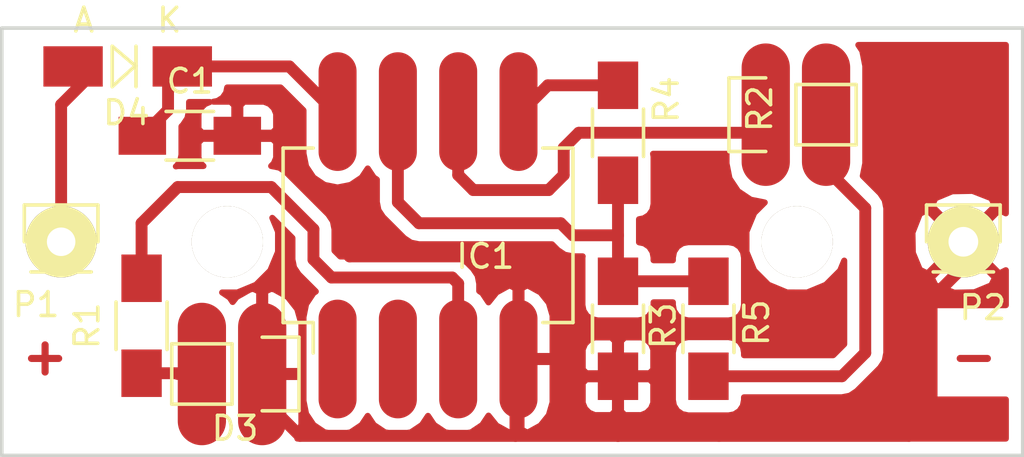
<source format=kicad_pcb>
(kicad_pcb (version 20171130) (host pcbnew 5.0.2+dfsg1-1)

  (general
    (thickness 1.6)
    (drawings 6)
    (tracks 69)
    (zones 0)
    (modules 13)
    (nets 12)
  )

  (page A4)
  (layers
    (0 F.Cu signal)
    (31 B.Cu signal hide)
    (32 B.Adhes user)
    (33 F.Adhes user hide)
    (34 B.Paste user)
    (35 F.Paste user)
    (36 B.SilkS user)
    (37 F.SilkS user)
    (38 B.Mask user)
    (39 F.Mask user)
    (40 Dwgs.User user)
    (41 Cmts.User user)
    (42 Eco1.User user)
    (43 Eco2.User user)
    (44 Edge.Cuts user)
    (45 Margin user)
    (46 B.CrtYd user)
    (47 F.CrtYd user)
    (48 B.Fab user)
    (49 F.Fab user hide)
  )

  (setup
    (last_trace_width 0.25)
    (user_trace_width 0.25)
    (user_trace_width 0.5)
    (user_trace_width 1)
    (trace_clearance 0.2)
    (zone_clearance 0.508)
    (zone_45_only yes)
    (trace_min 0.2)
    (segment_width 0.2)
    (edge_width 0.15)
    (via_size 0.6)
    (via_drill 0.4)
    (via_min_size 0.4)
    (via_min_drill 0.3)
    (uvia_size 0.3)
    (uvia_drill 0.1)
    (uvias_allowed no)
    (uvia_min_size 0.2)
    (uvia_min_drill 0.1)
    (pcb_text_width 0.3)
    (pcb_text_size 1.5 1.5)
    (mod_edge_width 0.15)
    (mod_text_size 1 1)
    (mod_text_width 0.15)
    (pad_size 6 2.032)
    (pad_drill 0)
    (pad_to_mask_clearance 0.2)
    (solder_mask_min_width 0.25)
    (aux_axis_origin 0 0)
    (visible_elements 7FFFFFFF)
    (pcbplotparams
      (layerselection 0x00030_80000001)
      (usegerberextensions false)
      (usegerberattributes false)
      (usegerberadvancedattributes false)
      (creategerberjobfile false)
      (excludeedgelayer true)
      (linewidth 0.100000)
      (plotframeref false)
      (viasonmask false)
      (mode 1)
      (useauxorigin false)
      (hpglpennumber 1)
      (hpglpenspeed 20)
      (hpglpendiameter 15.000000)
      (psnegative false)
      (psa4output false)
      (plotreference true)
      (plotvalue true)
      (plotinvisibletext false)
      (padsonsilk false)
      (subtractmaskfromsilk false)
      (outputformat 1)
      (mirror false)
      (drillshape 1)
      (scaleselection 1)
      (outputdirectory ""))
  )

  (net 0 "")
  (net 1 "Net-(IC1-Pad1)")
  (net 2 "Net-(IC1-Pad5)")
  (net 3 "Net-(IC1-Pad6)")
  (net 4 "Net-(D3-Pad2)")
  (net 5 "Net-(IC1-Pad3)")
  (net 6 VCC)
  (net 7 GND)
  (net 8 "Net-(D4-Pad2)")
  (net 9 "Net-(IC1-Pad2)")
  (net 10 "Net-(IC1-Pad7)")
  (net 11 "Net-(R2-Pad2)")

  (net_class Default "This is the default net class."
    (clearance 0.2)
    (trace_width 0.25)
    (via_dia 0.6)
    (via_drill 0.4)
    (uvia_dia 0.3)
    (uvia_drill 0.1)
    (add_net GND)
    (add_net "Net-(D3-Pad2)")
    (add_net "Net-(D4-Pad2)")
    (add_net "Net-(IC1-Pad1)")
    (add_net "Net-(IC1-Pad2)")
    (add_net "Net-(IC1-Pad3)")
    (add_net "Net-(IC1-Pad5)")
    (add_net "Net-(IC1-Pad6)")
    (add_net "Net-(IC1-Pad7)")
    (add_net "Net-(R2-Pad2)")
    (add_net VCC)
  )

  (module Housings_DIP:DIP-8_W7.62mm_LongPads (layer F.Cu) (tedit 57821C5E) (tstamp 577008A2)
    (at 128.143 105.537 90)
    (descr "8-lead dip package, row spacing 7.62 mm (300 mils), longer pads")
    (tags "dil dip 2.54 300")
    (path /576FE9B2)
    (fp_text reference IC1 (at 2.921 6.223 180) (layer F.SilkS)
      (effects (font (size 1 1) (thickness 0.15)))
    )
    (fp_text value ATTINY85-P (at 4.916 3.874 180) (layer F.Fab)
      (effects (font (size 1 1) (thickness 0.15)))
    )
    (fp_line (start -1.4 -2.45) (end -1.4 10.1) (layer F.CrtYd) (width 0.05))
    (fp_line (start 9 -2.45) (end 9 10.1) (layer F.CrtYd) (width 0.05))
    (fp_line (start -1.4 -2.45) (end 9 -2.45) (layer F.CrtYd) (width 0.05))
    (fp_line (start -1.4 10.1) (end 9 10.1) (layer F.CrtYd) (width 0.05))
    (fp_line (start 0.135 -2.295) (end 0.135 -1.025) (layer F.SilkS) (width 0.15))
    (fp_line (start 7.485 -2.295) (end 7.485 -1.025) (layer F.SilkS) (width 0.15))
    (fp_line (start 7.485 9.915) (end 7.485 8.645) (layer F.SilkS) (width 0.15))
    (fp_line (start 0.135 9.915) (end 0.135 8.645) (layer F.SilkS) (width 0.15))
    (fp_line (start 0.135 -2.295) (end 7.485 -2.295) (layer F.SilkS) (width 0.15))
    (fp_line (start 0.135 9.915) (end 7.485 9.915) (layer F.SilkS) (width 0.15))
    (fp_line (start 0.135 -1.025) (end -1.15 -1.025) (layer F.SilkS) (width 0.15))
    (pad 1 smd oval (at 0 0 90) (size 5 1.6) (drill (offset -1.4 0)) (layers F.Cu F.Paste F.Mask)
      (net 1 "Net-(IC1-Pad1)"))
    (pad 2 smd oval (at 0 2.54 90) (size 5 1.6) (drill (offset -1.4 0)) (layers F.Cu F.Paste F.Mask)
      (net 9 "Net-(IC1-Pad2)"))
    (pad 3 smd oval (at 0 5.08 90) (size 5 1.6) (drill (offset -1.4 0)) (layers F.Cu F.Paste F.Mask)
      (net 5 "Net-(IC1-Pad3)"))
    (pad 4 smd oval (at 0 7.62 90) (size 5 1.6) (drill (offset -1.4 0)) (layers F.Cu F.Paste F.Mask)
      (net 7 GND))
    (pad 5 smd oval (at 7.62 7.62 90) (size 5 1.6) (drill (offset 1.4 0)) (layers F.Cu F.Paste F.Mask)
      (net 2 "Net-(IC1-Pad5)"))
    (pad 6 smd oval (at 7.62 5.08 90) (size 5 1.6) (drill (offset 1.4 0)) (layers F.Cu F.Paste F.Mask)
      (net 3 "Net-(IC1-Pad6)"))
    (pad 7 smd oval (at 7.62 2.54 90) (size 5 1.6) (drill (offset 1.4 0)) (layers F.Cu F.Paste F.Mask)
      (net 10 "Net-(IC1-Pad7)"))
    (pad 8 smd oval (at 7.62 0 90) (size 5 1.6) (drill (offset 1.4 0)) (layers F.Cu F.Paste F.Mask)
      (net 6 VCC))
    (model Housings_DIP.3dshapes/DIP-8_W7.62mm_LongPads.wrl
      (at (xyz 0 0 0))
      (scale (xyz 1 1 1))
      (rotate (xyz 0 0 0))
    )
  )

  (module Pin_Headers:Pin_Header_Straight_1x01 (layer F.Cu) (tedit 57821CC1) (tstamp 57700550)
    (at 116.5 102)
    (descr "Through hole pin header")
    (tags "pin header")
    (path /576FF342)
    (fp_text reference P1 (at -1.057 2.648) (layer F.SilkS)
      (effects (font (size 1 1) (thickness 0.15)))
    )
    (fp_text value " " (at 0 -3.1) (layer F.Fab) hide
      (effects (font (size 1 1) (thickness 0.15)))
    )
    (fp_line (start 1.55 -1.55) (end 1.55 0) (layer F.SilkS) (width 0.15))
    (fp_line (start -1.75 -1.75) (end -1.75 1.75) (layer F.CrtYd) (width 0.05))
    (fp_line (start 1.75 -1.75) (end 1.75 1.75) (layer F.CrtYd) (width 0.05))
    (fp_line (start -1.75 -1.75) (end 1.75 -1.75) (layer F.CrtYd) (width 0.05))
    (fp_line (start -1.75 1.75) (end 1.75 1.75) (layer F.CrtYd) (width 0.05))
    (fp_line (start -1.55 0) (end -1.55 -1.55) (layer F.SilkS) (width 0.15))
    (fp_line (start -1.55 -1.55) (end 1.55 -1.55) (layer F.SilkS) (width 0.15))
    (fp_line (start -1.27 1.27) (end 1.27 1.27) (layer F.SilkS) (width 0.15))
    (pad 1 thru_hole circle (at 0 0) (size 3 3) (drill 1.2) (layers F.Cu F.SilkS F.Mask)
      (net 8 "Net-(D4-Pad2)"))
    (model Pin_Headers.3dshapes/Pin_Header_Straight_1x01.wrl
      (at (xyz 0 0 0))
      (scale (xyz 1 1 1))
      (rotate (xyz 0 0 90))
    )
  )

  (module Pin_Headers:Pin_Header_Straight_1x01 (layer F.Cu) (tedit 57821CC8) (tstamp 5770055D)
    (at 154.5 102)
    (descr "Through hole pin header")
    (tags "pin header")
    (path /576FF472)
    (fp_text reference P2 (at 0.821 2.775) (layer F.SilkS)
      (effects (font (size 1 1) (thickness 0.15)))
    )
    (fp_text value " " (at 0 -3.1) (layer F.Fab) hide
      (effects (font (size 1 1) (thickness 0.15)))
    )
    (fp_line (start 1.55 -1.55) (end 1.55 0) (layer F.SilkS) (width 0.15))
    (fp_line (start -1.75 -1.75) (end -1.75 1.75) (layer F.CrtYd) (width 0.05))
    (fp_line (start 1.75 -1.75) (end 1.75 1.75) (layer F.CrtYd) (width 0.05))
    (fp_line (start -1.75 -1.75) (end 1.75 -1.75) (layer F.CrtYd) (width 0.05))
    (fp_line (start -1.75 1.75) (end 1.75 1.75) (layer F.CrtYd) (width 0.05))
    (fp_line (start -1.55 0) (end -1.55 -1.55) (layer F.SilkS) (width 0.15))
    (fp_line (start -1.55 -1.55) (end 1.55 -1.55) (layer F.SilkS) (width 0.15))
    (fp_line (start -1.27 1.27) (end 1.27 1.27) (layer F.SilkS) (width 0.15))
    (pad 1 thru_hole circle (at 0 0) (size 3 3) (drill 1.25) (layers *.Mask F.Cu F.SilkS)
      (net 7 GND))
    (model Pin_Headers.3dshapes/Pin_Header_Straight_1x01.wrl
      (at (xyz 0 0 0))
      (scale (xyz 1 1 1))
      (rotate (xyz 0 0 90))
    )
  )

  (module Wire_Pads:SolderWirePad_single_2mmDrill (layer F.Cu) (tedit 5772BDE9) (tstamp 577028AF)
    (at 123.5 102)
    (fp_text reference " " (at 0 -3.81) (layer F.SilkS) hide
      (effects (font (size 1 1) (thickness 0.15)))
    )
    (fp_text value " " (at -0.635 3.81) (layer F.Fab) hide
      (effects (font (size 1 1) (thickness 0.15)))
    )
    (pad 1 thru_hole circle (at 0 0) (size 3 3) (drill 3) (layers *.Mask F.Cu F.SilkS))
  )

  (module Wire_Pads:SolderWirePad_single_2mmDrill (layer F.Cu) (tedit 5772BE2A) (tstamp 57702917)
    (at 147.5 102)
    (fp_text reference " " (at 0 -3.81 90) (layer F.SilkS) hide
      (effects (font (size 1 1) (thickness 0.15)))
    )
    (fp_text value " " (at -0.635 3.81) (layer F.Fab) hide
      (effects (font (size 1 1) (thickness 0.15)))
    )
    (pad 1 thru_hole circle (at 0 0) (size 3 3) (drill 3) (layers *.Mask F.Cu F.SilkS))
  )

  (module Diodes_SMD:MiniMELF_Standard (layer F.Cu) (tedit 57756D96) (tstamp 577209BB)
    (at 119.253 94.615 180)
    (descr "Diode Mini-MELF Standard")
    (tags "Diode Mini-MELF Standard")
    (path /5770F8D1)
    (attr smd)
    (fp_text reference D4 (at 0 -1.95 180) (layer F.SilkS)
      (effects (font (size 1 1) (thickness 0.15)))
    )
    (fp_text value BAT48 (at 0.127 0 180) (layer F.Fab)
      (effects (font (size 1 1) (thickness 0.15)))
    )
    (fp_line (start -2.55 -1) (end 2.55 -1) (layer F.CrtYd) (width 0.05))
    (fp_line (start 2.55 -1) (end 2.55 1) (layer F.CrtYd) (width 0.05))
    (fp_line (start 2.55 1) (end -2.55 1) (layer F.CrtYd) (width 0.05))
    (fp_line (start -2.55 1) (end -2.55 -1) (layer F.CrtYd) (width 0.05))
    (fp_line (start -0.40024 0.0508) (end 0.60052 -0.85) (layer F.SilkS) (width 0.15))
    (fp_line (start 0.60052 -0.85) (end 0.60052 0.85) (layer F.SilkS) (width 0.15))
    (fp_line (start 0.60052 0.85) (end -0.40024 0) (layer F.SilkS) (width 0.15))
    (fp_line (start -0.40024 -0.85) (end -0.40024 0.85) (layer F.SilkS) (width 0.15))
    (fp_text user K (at -1.8 1.95 180) (layer F.SilkS)
      (effects (font (size 1 1) (thickness 0.15)))
    )
    (fp_text user A (at 1.8 1.95 180) (layer F.SilkS)
      (effects (font (size 1 1) (thickness 0.15)))
    )
    (fp_circle (center 0 0) (end 0 0.55118) (layer F.Adhes) (width 0.381))
    (fp_circle (center 0 0) (end 0 0.20066) (layer F.Adhes) (width 0.381))
    (pad 1 smd rect (at -1.75006 0 180) (size 2.5 1.69926) (drill (offset -0.6 0)) (layers F.Cu F.Paste F.Mask)
      (net 6 VCC))
    (pad 2 smd rect (at 1.75006 0 180) (size 2.5 1.69926) (drill (offset 0.5 0)) (layers F.Cu F.Paste F.Mask)
      (net 8 "Net-(D4-Pad2)"))
    (model Diodes_SMD.3dshapes/MiniMELF_Standard.wrl
      (at (xyz 0 0 0))
      (scale (xyz 0.3937 0.3937 0.3937))
      (rotate (xyz 0 0 0))
    )
  )

  (module Pin_Headers:Pin_Header_Straight_1x02 (layer F.Cu) (tedit 57A819FF) (tstamp 57720AAB)
    (at 124.968 107.569 270)
    (descr "Through hole pin header")
    (tags "pin header")
    (path /576FEAE5)
    (fp_text reference D3 (at 2.286 1.143) (layer F.SilkS)
      (effects (font (size 1 1) (thickness 0.15)))
    )
    (fp_text value +LED- (at 4.572 1.27) (layer F.Fab)
      (effects (font (size 1 1) (thickness 0.15)))
    )
    (fp_line (start 1.27 1.27) (end 1.27 3.81) (layer F.SilkS) (width 0.15))
    (fp_line (start 1.55 -1.55) (end 1.55 0) (layer F.SilkS) (width 0.15))
    (fp_line (start -1.75 -1.75) (end -1.75 4.3) (layer F.CrtYd) (width 0.05))
    (fp_line (start 1.75 -1.75) (end 1.75 4.3) (layer F.CrtYd) (width 0.05))
    (fp_line (start -1.75 -1.75) (end 1.75 -1.75) (layer F.CrtYd) (width 0.05))
    (fp_line (start -1.75 4.3) (end 1.75 4.3) (layer F.CrtYd) (width 0.05))
    (fp_line (start 1.27 1.27) (end -1.27 1.27) (layer F.SilkS) (width 0.15))
    (fp_line (start -1.55 0) (end -1.55 -1.55) (layer F.SilkS) (width 0.15))
    (fp_line (start -1.55 -1.55) (end 1.55 -1.55) (layer F.SilkS) (width 0.15))
    (fp_line (start -1.27 1.27) (end -1.27 3.81) (layer F.SilkS) (width 0.15))
    (fp_line (start -1.27 3.81) (end 1.27 3.81) (layer F.SilkS) (width 0.15))
    (pad 1 smd oval (at 0 0 270) (size 6 2.032) (layers F.Cu F.Paste F.Mask)
      (net 7 GND))
    (pad 2 smd oval (at 0 2.54 270) (size 6 2.032) (layers F.Cu F.Paste F.Mask)
      (net 4 "Net-(D3-Pad2)"))
    (model Pin_Headers.3dshapes/Pin_Header_Straight_1x02.wrl
      (offset (xyz 0 -1.269999980926514 0))
      (scale (xyz 1 1 1))
      (rotate (xyz 0 0 90))
    )
  )

  (module Pin_Headers:Pin_Header_Straight_1x02 (layer F.Cu) (tedit 57821C22) (tstamp 57720DD3)
    (at 146.177 96.647 90)
    (descr "Through hole pin header")
    (tags "pin header")
    (path /576FEB42)
    (fp_text reference R2 (at 0.254 -0.254 90) (layer F.SilkS)
      (effects (font (size 1 1) (thickness 0.15)))
    )
    (fp_text value Photores (at 5.08 0.889 180) (layer F.Fab)
      (effects (font (size 1 1) (thickness 0.15)))
    )
    (fp_line (start 1.27 1.27) (end 1.27 3.81) (layer F.SilkS) (width 0.15))
    (fp_line (start 1.55 -1.55) (end 1.55 0) (layer F.SilkS) (width 0.15))
    (fp_line (start -1.75 -1.75) (end -1.75 4.3) (layer F.CrtYd) (width 0.05))
    (fp_line (start 1.75 -1.75) (end 1.75 4.3) (layer F.CrtYd) (width 0.05))
    (fp_line (start -1.75 -1.75) (end 1.75 -1.75) (layer F.CrtYd) (width 0.05))
    (fp_line (start -1.75 4.3) (end 1.75 4.3) (layer F.CrtYd) (width 0.05))
    (fp_line (start 1.27 1.27) (end -1.27 1.27) (layer F.SilkS) (width 0.15))
    (fp_line (start -1.55 0) (end -1.55 -1.55) (layer F.SilkS) (width 0.15))
    (fp_line (start -1.55 -1.55) (end 1.55 -1.55) (layer F.SilkS) (width 0.15))
    (fp_line (start -1.27 1.27) (end -1.27 3.81) (layer F.SilkS) (width 0.15))
    (fp_line (start -1.27 3.81) (end 1.27 3.81) (layer F.SilkS) (width 0.15))
    (pad 1 smd oval (at 0 0 90) (size 6 2.032) (layers F.Cu F.Paste F.Mask)
      (net 3 "Net-(IC1-Pad6)"))
    (pad 2 smd oval (at 0 2.54 90) (size 6 2.032) (layers F.Cu F.Paste F.Mask)
      (net 11 "Net-(R2-Pad2)"))
    (model Pin_Headers.3dshapes/Pin_Header_Straight_1x02.wrl
      (offset (xyz 0 -1.269999980926514 0))
      (scale (xyz 1 1 1))
      (rotate (xyz 0 0 90))
    )
  )

  (module Resistors_SMD:R_1206_HandSoldering (layer F.Cu) (tedit 57A81A2F) (tstamp 57756665)
    (at 119.888 105.537 90)
    (descr "Resistor SMD 1206, hand soldering")
    (tags "resistor 1206")
    (path /576FEA33)
    (attr smd)
    (fp_text reference R1 (at 0 -2.3 90) (layer F.SilkS)
      (effects (font (size 1 1) (thickness 0.15)))
    )
    (fp_text value 82 (at 0 0 90) (layer F.Fab)
      (effects (font (size 1 1) (thickness 0.15)))
    )
    (fp_line (start -3.3 -1.2) (end 3.3 -1.2) (layer F.CrtYd) (width 0.05))
    (fp_line (start -3.3 1.2) (end 3.3 1.2) (layer F.CrtYd) (width 0.05))
    (fp_line (start -3.3 -1.2) (end -3.3 1.2) (layer F.CrtYd) (width 0.05))
    (fp_line (start 3.3 -1.2) (end 3.3 1.2) (layer F.CrtYd) (width 0.05))
    (fp_line (start 1 1.075) (end -1 1.075) (layer F.SilkS) (width 0.15))
    (fp_line (start -1 -1.075) (end 1 -1.075) (layer F.SilkS) (width 0.15))
    (pad 1 smd rect (at -2 0 90) (size 2 1.7) (layers F.Cu F.Paste F.Mask)
      (net 4 "Net-(D3-Pad2)"))
    (pad 2 smd rect (at 2 0 90) (size 2 1.7) (layers F.Cu F.Paste F.Mask)
      (net 5 "Net-(IC1-Pad3)"))
    (model Resistors_SMD.3dshapes/R_1206_HandSoldering.wrl
      (at (xyz 0 0 0))
      (scale (xyz 1 1 1))
      (rotate (xyz 0 0 0))
    )
  )

  (module Resistors_SMD:R_1206_HandSoldering (layer F.Cu) (tedit 57821C46) (tstamp 577777A9)
    (at 139.954 105.664 270)
    (descr "Resistor SMD 1206, hand soldering")
    (tags "resistor 1206")
    (path /576FEA9C)
    (attr smd)
    (fp_text reference R3 (at -0.127 -1.905 270) (layer F.SilkS)
      (effects (font (size 1 1) (thickness 0.15)))
    )
    (fp_text value 10k (at 0 0 270) (layer F.Fab)
      (effects (font (size 1 1) (thickness 0.15)))
    )
    (fp_line (start -3.3 -1.2) (end 3.3 -1.2) (layer F.CrtYd) (width 0.05))
    (fp_line (start -3.3 1.2) (end 3.3 1.2) (layer F.CrtYd) (width 0.05))
    (fp_line (start -3.3 -1.2) (end -3.3 1.2) (layer F.CrtYd) (width 0.05))
    (fp_line (start 3.3 -1.2) (end 3.3 1.2) (layer F.CrtYd) (width 0.05))
    (fp_line (start 1 1.075) (end -1 1.075) (layer F.SilkS) (width 0.15))
    (fp_line (start -1 -1.075) (end 1 -1.075) (layer F.SilkS) (width 0.15))
    (pad 1 smd rect (at -2 0 270) (size 2 1.7) (layers F.Cu F.Paste F.Mask)
      (net 10 "Net-(IC1-Pad7)"))
    (pad 2 smd rect (at 2 0 270) (size 2 1.7) (layers F.Cu F.Paste F.Mask)
      (net 7 GND))
    (model Resistors_SMD.3dshapes/R_1206_HandSoldering.wrl
      (at (xyz 0 0 0))
      (scale (xyz 1 1 1))
      (rotate (xyz 0 0 0))
    )
  )

  (module Resistors_SMD:R_1206_HandSoldering (layer F.Cu) (tedit 57821C3A) (tstamp 577777B5)
    (at 139.954 97.409 270)
    (descr "Resistor SMD 1206, hand soldering")
    (tags "resistor 1206")
    (path /57715DA6)
    (attr smd)
    (fp_text reference R4 (at -1.397 -2.032 270) (layer F.SilkS)
      (effects (font (size 1 1) (thickness 0.15)))
    )
    (fp_text value 100k (at 0 0 270) (layer F.Fab)
      (effects (font (size 1 1) (thickness 0.15)))
    )
    (fp_line (start -3.3 -1.2) (end 3.3 -1.2) (layer F.CrtYd) (width 0.05))
    (fp_line (start -3.3 1.2) (end 3.3 1.2) (layer F.CrtYd) (width 0.05))
    (fp_line (start -3.3 -1.2) (end -3.3 1.2) (layer F.CrtYd) (width 0.05))
    (fp_line (start 3.3 -1.2) (end 3.3 1.2) (layer F.CrtYd) (width 0.05))
    (fp_line (start 1 1.075) (end -1 1.075) (layer F.SilkS) (width 0.15))
    (fp_line (start -1 -1.075) (end 1 -1.075) (layer F.SilkS) (width 0.15))
    (pad 1 smd rect (at -2 0 270) (size 2 1.7) (layers F.Cu F.Paste F.Mask)
      (net 2 "Net-(IC1-Pad5)"))
    (pad 2 smd rect (at 2 0 270) (size 2 1.7) (layers F.Cu F.Paste F.Mask)
      (net 10 "Net-(IC1-Pad7)"))
    (model Resistors_SMD.3dshapes/R_1206_HandSoldering.wrl
      (at (xyz 0 0 0))
      (scale (xyz 1 1 1))
      (rotate (xyz 0 0 0))
    )
  )

  (module Resistors_SMD:R_1206_HandSoldering (layer F.Cu) (tedit 57A81A22) (tstamp 577777C1)
    (at 143.764 105.664 90)
    (descr "Resistor SMD 1206, hand soldering")
    (tags "resistor 1206")
    (path /5772085F)
    (attr smd)
    (fp_text reference R5 (at 0.254 2.032 90) (layer F.SilkS)
      (effects (font (size 1 1) (thickness 0.15)))
    )
    (fp_text value 27k (at 0 0.127 90) (layer F.Fab)
      (effects (font (size 1 1) (thickness 0.15)))
    )
    (fp_line (start -3.3 -1.2) (end 3.3 -1.2) (layer F.CrtYd) (width 0.05))
    (fp_line (start -3.3 1.2) (end 3.3 1.2) (layer F.CrtYd) (width 0.05))
    (fp_line (start -3.3 -1.2) (end -3.3 1.2) (layer F.CrtYd) (width 0.05))
    (fp_line (start 3.3 -1.2) (end 3.3 1.2) (layer F.CrtYd) (width 0.05))
    (fp_line (start 1 1.075) (end -1 1.075) (layer F.SilkS) (width 0.15))
    (fp_line (start -1 -1.075) (end 1 -1.075) (layer F.SilkS) (width 0.15))
    (pad 1 smd rect (at -2 0 90) (size 2 1.7) (layers F.Cu F.Paste F.Mask)
      (net 11 "Net-(R2-Pad2)"))
    (pad 2 smd rect (at 2 0 90) (size 2 1.7) (layers F.Cu F.Paste F.Mask)
      (net 10 "Net-(IC1-Pad7)"))
    (model Resistors_SMD.3dshapes/R_1206_HandSoldering.wrl
      (at (xyz 0 0 0))
      (scale (xyz 1 1 1))
      (rotate (xyz 0 0 0))
    )
  )

  (module Capacitors_SMD:C_1206_HandSoldering (layer F.Cu) (tedit 577FB56C) (tstamp 577FB4C8)
    (at 121.92 97.536)
    (descr "Capacitor SMD 1206, hand soldering")
    (tags "capacitor 1206")
    (path /577FB4A0)
    (attr smd)
    (fp_text reference C1 (at 0 -2.3) (layer F.SilkS)
      (effects (font (size 1 1) (thickness 0.15)))
    )
    (fp_text value 10uf (at -0.127 -0.127) (layer F.Fab)
      (effects (font (size 1 1) (thickness 0.15)))
    )
    (fp_line (start -3.3 -1.15) (end 3.3 -1.15) (layer F.CrtYd) (width 0.05))
    (fp_line (start -3.3 1.15) (end 3.3 1.15) (layer F.CrtYd) (width 0.05))
    (fp_line (start -3.3 -1.15) (end -3.3 1.15) (layer F.CrtYd) (width 0.05))
    (fp_line (start 3.3 -1.15) (end 3.3 1.15) (layer F.CrtYd) (width 0.05))
    (fp_line (start 1 -1.025) (end -1 -1.025) (layer F.SilkS) (width 0.15))
    (fp_line (start -1 1.025) (end 1 1.025) (layer F.SilkS) (width 0.15))
    (pad 1 smd rect (at -2 0) (size 2 1.6) (layers F.Cu F.Paste F.Mask)
      (net 6 VCC))
    (pad 2 smd rect (at 2 0) (size 2 1.6) (layers F.Cu F.Paste F.Mask)
      (net 7 GND))
    (model Capacitors_SMD.3dshapes/C_1206_HandSoldering.wrl
      (at (xyz 0 0 0))
      (scale (xyz 1 1 1))
      (rotate (xyz 0 0 0))
    )
  )

  (gr_text - (at 154.94 106.807) (layer F.Cu)
    (effects (font (size 1.5 1.5) (thickness 0.3)))
  )
  (gr_text + (at 115.824 106.807) (layer F.Cu)
    (effects (font (size 1.5 1.5) (thickness 0.3)))
  )
  (gr_line (start 157 93) (end 114 93) (angle 90) (layer Edge.Cuts) (width 0.15))
  (gr_line (start 157 111) (end 157 93) (angle 90) (layer Edge.Cuts) (width 0.15))
  (gr_line (start 114 111) (end 157 111) (angle 90) (layer Edge.Cuts) (width 0.15))
  (gr_line (start 114 93) (end 114 111) (angle 90) (layer Edge.Cuts) (width 0.15))

  (segment (start 135.763 97.917) (end 135.763 96.647) (width 0.5) (layer F.Cu) (net 2))
  (segment (start 135.763 96.647) (end 137.001 95.409) (width 0.5) (layer F.Cu) (net 2) (tstamp 577778BD))
  (segment (start 137.001 95.409) (end 139.954 95.409) (width 0.5) (layer F.Cu) (net 2) (tstamp 577778BE))
  (segment (start 133.223 97.917) (end 133.223 99.187) (width 0.5) (layer F.Cu) (net 3))
  (segment (start 138.303 97.409) (end 145.415 97.409) (width 0.5) (layer F.Cu) (net 3) (tstamp 577778D1))
  (segment (start 137.668 98.044) (end 138.303 97.409) (width 0.5) (layer F.Cu) (net 3) (tstamp 577778D0))
  (segment (start 137.668 99.187) (end 137.668 98.044) (width 0.5) (layer F.Cu) (net 3) (tstamp 577778CF))
  (segment (start 137.033 99.822) (end 137.668 99.187) (width 0.5) (layer F.Cu) (net 3) (tstamp 577778CE))
  (segment (start 133.858 99.822) (end 137.033 99.822) (width 0.5) (layer F.Cu) (net 3) (tstamp 577778CD))
  (segment (start 133.223 99.187) (end 133.858 99.822) (width 0.5) (layer F.Cu) (net 3) (tstamp 577778CC))
  (segment (start 145.415 97.409) (end 146.177 96.647) (width 0.5) (layer F.Cu) (net 3) (tstamp 577778D2))
  (segment (start 119.888 107.537) (end 122.396 107.537) (width 0.5) (layer F.Cu) (net 4))
  (segment (start 122.396 107.537) (end 122.428 107.569) (width 0.5) (layer F.Cu) (net 4) (tstamp 57756DC3))
  (segment (start 121.539 107.569) (end 122.428 107.569) (width 0.5) (layer F.Cu) (net 4) (tstamp 577566C7))
  (segment (start 122.809 107.569) (end 121.412 107.569) (width 0.5) (layer F.Cu) (net 4))
  (segment (start 132.969 103.505) (end 133.223 103.759) (width 0.5) (layer F.Cu) (net 5))
  (segment (start 119.888 103.537) (end 119.888 101.219) (width 0.5) (layer F.Cu) (net 5))
  (segment (start 133.223 103.759) (end 133.223 105.537) (width 0.5) (layer F.Cu) (net 5) (tstamp 577777CD))
  (segment (start 127.889 103.505) (end 132.969 103.505) (width 0.5) (layer F.Cu) (net 5) (tstamp 577777CB))
  (segment (start 127.127 102.743) (end 127.889 103.505) (width 0.5) (layer F.Cu) (net 5) (tstamp 577777CA))
  (segment (start 127.127 101.473) (end 127.127 102.743) (width 0.5) (layer F.Cu) (net 5) (tstamp 577777C8))
  (segment (start 125.349 99.695) (end 127.127 101.473) (width 0.5) (layer F.Cu) (net 5) (tstamp 577777C6))
  (segment (start 121.412 99.695) (end 125.349 99.695) (width 0.5) (layer F.Cu) (net 5) (tstamp 577777C4))
  (segment (start 119.888 101.219) (end 121.412 99.695) (width 0.5) (layer F.Cu) (net 5) (tstamp 577777C2))
  (segment (start 120.142 103.283) (end 119.888 103.537) (width 0.5) (layer F.Cu) (net 5) (tstamp 57756DAD))
  (segment (start 121.00306 94.615) (end 126.111 94.615) (width 0.5) (layer F.Cu) (net 6))
  (segment (start 126.111 94.615) (end 128.143 96.647) (width 0.5) (layer F.Cu) (net 6) (tstamp 577FB4E1))
  (segment (start 128.143 96.647) (end 128.143 97.917) (width 0.5) (layer F.Cu) (net 6) (tstamp 577FB4E3))
  (segment (start 121.00306 94.615) (end 121.00306 96.45294) (width 0.5) (layer F.Cu) (net 6))
  (segment (start 121.00306 96.45294) (end 119.92 97.536) (width 0.5) (layer F.Cu) (net 6) (tstamp 577FB4DE))
  (segment (start 139.954 107.664) (end 139.954 110.1725) (width 0.5) (layer F.Cu) (net 7))
  (segment (start 139.954 110.1725) (end 139.954 109.982) (width 0.5) (layer F.Cu) (net 7) (tstamp 577778B2))
  (segment (start 139.954 109.982) (end 139.954 110.1725) (width 0.5) (layer F.Cu) (net 7) (tstamp 577778B4))
  (segment (start 135.636 110.1725) (end 139.954 110.1725) (width 0.5) (layer F.Cu) (net 7))
  (segment (start 139.954 110.1725) (end 144.2085 110.1725) (width 0.5) (layer F.Cu) (net 7) (tstamp 577778B5))
  (segment (start 144.2085 110.1725) (end 152.2095 110.1725) (width 0.5) (layer F.Cu) (net 7) (tstamp 5775670D))
  (segment (start 152.2095 110.1725) (end 153.162 109.22) (width 0.5) (layer F.Cu) (net 7) (tstamp 57721128))
  (segment (start 126.5555 110.1725) (end 125.349 108.966) (width 0.5) (layer F.Cu) (net 7) (tstamp 57720B0D))
  (segment (start 125.349 108.966) (end 125.349 107.569) (width 0.5) (layer F.Cu) (net 7) (tstamp 57720B0E))
  (segment (start 135.636 110.1725) (end 126.5555 110.1725) (width 0.5) (layer F.Cu) (net 7) (tstamp 57720B59))
  (segment (start 153.162 109.22) (end 153.162 104.394) (width 0.5) (layer F.Cu) (net 7) (tstamp 5772112B))
  (segment (start 123.92 97.536) (end 125.476 97.536) (width 0.5) (layer F.Cu) (net 7))
  (segment (start 135.763 103.378) (end 135.763 105.537) (width 0.5) (layer F.Cu) (net 7) (tstamp 577FB4FD))
  (segment (start 135.001 102.616) (end 135.763 103.378) (width 0.5) (layer F.Cu) (net 7) (tstamp 577FB4FC))
  (segment (start 128.651 102.616) (end 135.001 102.616) (width 0.5) (layer F.Cu) (net 7) (tstamp 577FB4F8))
  (segment (start 128.397 102.362) (end 128.651 102.616) (width 0.5) (layer F.Cu) (net 7) (tstamp 577FB4F5))
  (segment (start 128.397 100.965) (end 128.397 102.362) (width 0.5) (layer F.Cu) (net 7) (tstamp 577FB4F4))
  (segment (start 126.238 98.806) (end 128.397 100.965) (width 0.5) (layer F.Cu) (net 7) (tstamp 577FB4ED))
  (segment (start 126.238 98.298) (end 126.238 98.806) (width 0.5) (layer F.Cu) (net 7) (tstamp 577FB4EB))
  (segment (start 125.476 97.536) (end 126.238 98.298) (width 0.5) (layer F.Cu) (net 7) (tstamp 577FB4E9))
  (segment (start 153.162 104.394) (end 154.5 103.056) (width 0.5) (layer F.Cu) (net 7) (tstamp 5772112D))
  (segment (start 135.636 110.1725) (end 135.636 105.664) (width 0.5) (layer F.Cu) (net 7))
  (segment (start 135.636 105.664) (end 135.763 105.537) (width 0.5) (layer F.Cu) (net 7) (tstamp 57720B5B))
  (segment (start 116.5 102) (end 116.5 96.225) (width 0.5) (layer F.Cu) (net 8))
  (segment (start 116.5 96.225) (end 117.50294 95.22206) (width 0.5) (layer F.Cu) (net 8) (tstamp 577FB4D8))
  (segment (start 117.50294 95.22206) (end 117.50294 94.615) (width 0.5) (layer F.Cu) (net 8) (tstamp 577FB4DB))
  (segment (start 130.683 97.917) (end 130.683 100.33) (width 0.5) (layer F.Cu) (net 10))
  (segment (start 138.049 101.727) (end 139.954 101.727) (width 0.5) (layer F.Cu) (net 10) (tstamp 577778DA))
  (segment (start 137.541 101.219) (end 138.049 101.727) (width 0.5) (layer F.Cu) (net 10) (tstamp 577778D8))
  (segment (start 131.572 101.219) (end 137.541 101.219) (width 0.5) (layer F.Cu) (net 10) (tstamp 577778D6))
  (segment (start 130.683 100.33) (end 131.572 101.219) (width 0.5) (layer F.Cu) (net 10) (tstamp 577778D5))
  (segment (start 143.764 103.664) (end 139.954 103.664) (width 0.5) (layer F.Cu) (net 10))
  (segment (start 139.954 103.664) (end 139.954 101.727) (width 0.5) (layer F.Cu) (net 10) (tstamp 577778B7))
  (segment (start 139.954 101.727) (end 139.954 99.409) (width 0.5) (layer F.Cu) (net 10) (tstamp 577778DF))
  (segment (start 143.764 107.664) (end 149.384 107.664) (width 0.5) (layer F.Cu) (net 11))
  (segment (start 150.368 100.584) (end 148.717 98.933) (width 0.5) (layer F.Cu) (net 11) (tstamp 577778F9))
  (segment (start 150.368 106.68) (end 150.368 100.584) (width 0.5) (layer F.Cu) (net 11) (tstamp 577778F8))
  (segment (start 149.384 107.664) (end 150.368 106.68) (width 0.5) (layer F.Cu) (net 11) (tstamp 577778F3))
  (segment (start 148.717 98.933) (end 148.717 96.647) (width 0.5) (layer F.Cu) (net 11) (tstamp 577778FC))

  (zone (net 7) (net_name GND) (layer F.Cu) (tstamp 5770211A) (hatch edge 0.508)
    (connect_pads (clearance 0.508))
    (min_thickness 0.254)
    (fill yes (arc_segments 16) (thermal_gap 0.508) (thermal_bridge_width 0.508))
    (polygon
      (pts
        (xy 156.972 110.998) (xy 114.046 110.998) (xy 114.046 92.964) (xy 156.972 92.964) (xy 156.972 110.998)
      )
    )
    (filled_polygon
      (pts
        (xy 156.29 100.803995) (xy 156.01397 100.665635) (xy 154.679605 102) (xy 156.01397 103.334365) (xy 156.29 103.196005)
        (xy 156.29 104.672) (xy 153.226429 104.672) (xy 153.226429 108.642) (xy 156.29 108.642) (xy 156.29 110.29)
        (xy 126.448126 110.29) (xy 126.619 109.68) (xy 126.619 107.696) (xy 125.095 107.696) (xy 125.095 107.716)
        (xy 124.841 107.716) (xy 124.841 107.696) (xy 124.821 107.696) (xy 124.821 107.442) (xy 124.841 107.442)
        (xy 124.841 104.098164) (xy 125.095 104.098164) (xy 125.095 107.442) (xy 126.619 107.442) (xy 126.619 105.458)
        (xy 126.444724 104.835857) (xy 126.04563 104.327764) (xy 125.482477 104.011074) (xy 125.350944 103.979025) (xy 125.095 104.098164)
        (xy 124.841 104.098164) (xy 124.585056 103.979025) (xy 124.453523 104.011074) (xy 123.89037 104.327764) (xy 123.724291 104.539202)
        (xy 123.595433 104.346353) (xy 123.278833 104.134807) (xy 123.922815 104.13537) (xy 124.7078 103.81102) (xy 125.308909 103.210959)
        (xy 125.634628 102.426541) (xy 125.63537 101.577185) (xy 125.392981 100.990561) (xy 126.242 101.839579) (xy 126.242 102.742995)
        (xy 126.241999 102.743) (xy 126.275459 102.91121) (xy 126.309367 103.081675) (xy 126.443887 103.283) (xy 126.50121 103.36879)
        (xy 127.227214 104.094793) (xy 127.128302 104.160884) (xy 126.817233 104.626431) (xy 126.708 105.175582) (xy 126.708 108.698418)
        (xy 126.817233 109.247569) (xy 127.128302 109.713116) (xy 127.593849 110.024185) (xy 128.143 110.133418) (xy 128.692151 110.024185)
        (xy 129.157698 109.713116) (xy 129.413 109.33103) (xy 129.668302 109.713116) (xy 130.133849 110.024185) (xy 130.683 110.133418)
        (xy 131.232151 110.024185) (xy 131.697698 109.713116) (xy 131.953 109.33103) (xy 132.208302 109.713116) (xy 132.673849 110.024185)
        (xy 133.223 110.133418) (xy 133.772151 110.024185) (xy 134.237698 109.713116) (xy 134.499802 109.320851) (xy 134.838104 109.7415)
        (xy 135.331181 110.011367) (xy 135.413961 110.028904) (xy 135.636 109.906915) (xy 135.636 107.064) (xy 135.89 107.064)
        (xy 135.89 109.906915) (xy 136.112039 110.028904) (xy 136.194819 110.011367) (xy 136.687896 109.7415) (xy 137.040166 109.303483)
        (xy 137.198 108.764) (xy 137.198 107.94975) (xy 138.469 107.94975) (xy 138.469 108.790309) (xy 138.565673 109.023698)
        (xy 138.744301 109.202327) (xy 138.97769 109.299) (xy 139.66825 109.299) (xy 139.827 109.14025) (xy 139.827 107.791)
        (xy 140.081 107.791) (xy 140.081 109.14025) (xy 140.23975 109.299) (xy 140.93031 109.299) (xy 141.163699 109.202327)
        (xy 141.342327 109.023698) (xy 141.439 108.790309) (xy 141.439 107.94975) (xy 141.28025 107.791) (xy 140.081 107.791)
        (xy 139.827 107.791) (xy 138.62775 107.791) (xy 138.469 107.94975) (xy 137.198 107.94975) (xy 137.198 107.064)
        (xy 135.89 107.064) (xy 135.636 107.064) (xy 135.616 107.064) (xy 135.616 106.81) (xy 135.636 106.81)
        (xy 135.636 103.967085) (xy 135.89 103.967085) (xy 135.89 106.81) (xy 137.198 106.81) (xy 137.198 106.537691)
        (xy 138.469 106.537691) (xy 138.469 107.37825) (xy 138.62775 107.537) (xy 139.827 107.537) (xy 139.827 106.18775)
        (xy 140.081 106.18775) (xy 140.081 107.537) (xy 141.28025 107.537) (xy 141.439 107.37825) (xy 141.439 106.537691)
        (xy 141.342327 106.304302) (xy 141.163699 106.125673) (xy 140.93031 106.029) (xy 140.23975 106.029) (xy 140.081 106.18775)
        (xy 139.827 106.18775) (xy 139.66825 106.029) (xy 138.97769 106.029) (xy 138.744301 106.125673) (xy 138.565673 106.304302)
        (xy 138.469 106.537691) (xy 137.198 106.537691) (xy 137.198 105.11) (xy 137.040166 104.570517) (xy 136.687896 104.1325)
        (xy 136.194819 103.862633) (xy 136.112039 103.845096) (xy 135.89 103.967085) (xy 135.636 103.967085) (xy 135.413961 103.845096)
        (xy 135.331181 103.862633) (xy 134.838104 104.1325) (xy 134.499802 104.553149) (xy 134.237698 104.160884) (xy 134.108 104.074222)
        (xy 134.108 103.759005) (xy 134.108001 103.759) (xy 134.040633 103.420325) (xy 133.84879 103.13321) (xy 133.848787 103.133208)
        (xy 133.59479 102.87921) (xy 133.444814 102.779) (xy 133.307675 102.687367) (xy 133.251484 102.67619) (xy 132.969 102.619999)
        (xy 132.968995 102.62) (xy 128.255579 102.62) (xy 128.012 102.37642) (xy 128.012 101.473005) (xy 128.012001 101.473)
        (xy 127.944633 101.134326) (xy 127.944633 101.134325) (xy 127.75279 100.84721) (xy 127.752787 100.847208) (xy 125.97479 99.06921)
        (xy 125.780158 98.939162) (xy 125.687675 98.877367) (xy 125.631484 98.86619) (xy 125.349 98.809999) (xy 125.348995 98.81)
        (xy 125.344025 98.81) (xy 125.458327 98.695699) (xy 125.555 98.46231) (xy 125.555 97.82175) (xy 125.39625 97.663)
        (xy 124.047 97.663) (xy 124.047 97.683) (xy 123.793 97.683) (xy 123.793 97.663) (xy 122.44375 97.663)
        (xy 122.285 97.82175) (xy 122.285 98.46231) (xy 122.381673 98.695699) (xy 122.495975 98.81) (xy 121.412 98.81)
        (xy 121.331002 98.826111) (xy 121.371441 98.80009) (xy 121.516431 98.58789) (xy 121.56744 98.336) (xy 121.56744 97.140139)
        (xy 121.628847 97.078732) (xy 121.62885 97.07873) (xy 121.820693 96.791615) (xy 121.849993 96.644317) (xy 121.888061 96.45294)
        (xy 121.88806 96.452935) (xy 121.88806 96.11207) (xy 122.766966 96.11207) (xy 122.560302 96.197673) (xy 122.381673 96.376301)
        (xy 122.285 96.60969) (xy 122.285 97.25025) (xy 122.44375 97.409) (xy 123.793 97.409) (xy 123.793 96.25975)
        (xy 124.047 96.25975) (xy 124.047 97.409) (xy 125.39625 97.409) (xy 125.555 97.25025) (xy 125.555 96.60969)
        (xy 125.458327 96.376301) (xy 125.279698 96.197673) (xy 125.046309 96.101) (xy 124.20575 96.101) (xy 124.047 96.25975)
        (xy 123.793 96.25975) (xy 123.63425 96.101) (xy 122.911892 96.101) (xy 123.088377 96.067792) (xy 123.304501 95.92872)
        (xy 123.449491 95.71652) (xy 123.493337 95.5) (xy 125.74442 95.5) (xy 126.708 96.463579) (xy 126.708 98.278418)
        (xy 126.817233 98.827569) (xy 127.128302 99.293116) (xy 127.593849 99.604185) (xy 128.143 99.713418) (xy 128.692151 99.604185)
        (xy 129.157698 99.293116) (xy 129.413 98.91103) (xy 129.668302 99.293116) (xy 129.798 99.379778) (xy 129.798 100.329995)
        (xy 129.797999 100.33) (xy 129.829036 100.48603) (xy 129.865367 100.668675) (xy 129.9935 100.860441) (xy 130.05721 100.95579)
        (xy 130.946208 101.844787) (xy 130.94621 101.84479) (xy 131.233325 102.036633) (xy 131.289516 102.04781) (xy 131.572 102.104001)
        (xy 131.572005 102.104) (xy 137.174421 102.104) (xy 137.423208 102.352787) (xy 137.42321 102.35279) (xy 137.698901 102.537)
        (xy 137.710325 102.544633) (xy 138.049 102.612) (xy 138.46709 102.612) (xy 138.45656 102.664) (xy 138.45656 104.664)
        (xy 138.500838 104.899317) (xy 138.63991 105.115441) (xy 138.85211 105.260431) (xy 139.104 105.31144) (xy 140.804 105.31144)
        (xy 141.039317 105.267162) (xy 141.255441 105.12809) (xy 141.400431 104.91589) (xy 141.45144 104.664) (xy 141.45144 104.549)
        (xy 142.26656 104.549) (xy 142.26656 104.664) (xy 142.310838 104.899317) (xy 142.44991 105.115441) (xy 142.66211 105.260431)
        (xy 142.914 105.31144) (xy 144.614 105.31144) (xy 144.849317 105.267162) (xy 145.065441 105.12809) (xy 145.210431 104.91589)
        (xy 145.26144 104.664) (xy 145.26144 102.664) (xy 145.217162 102.428683) (xy 145.07809 102.212559) (xy 144.86589 102.067569)
        (xy 144.614 102.01656) (xy 142.914 102.01656) (xy 142.678683 102.060838) (xy 142.462559 102.19991) (xy 142.317569 102.41211)
        (xy 142.26656 102.664) (xy 142.26656 102.779) (xy 141.45144 102.779) (xy 141.45144 102.664) (xy 141.407162 102.428683)
        (xy 141.26809 102.212559) (xy 141.05589 102.067569) (xy 140.839 102.023648) (xy 140.839 101.049854) (xy 141.039317 101.012162)
        (xy 141.255441 100.87309) (xy 141.400431 100.66089) (xy 141.45144 100.409) (xy 141.45144 98.409) (xy 141.429801 98.294)
        (xy 144.526 98.294) (xy 144.526 98.702214) (xy 144.651675 99.334024) (xy 145.009567 99.869647) (xy 145.54519 100.227539)
        (xy 146.135874 100.345034) (xy 145.691091 100.789041) (xy 145.365372 101.573459) (xy 145.36463 102.422815) (xy 145.68898 103.2078)
        (xy 146.289041 103.808909) (xy 147.073459 104.134628) (xy 147.922815 104.13537) (xy 148.7078 103.81102) (xy 149.308909 103.210959)
        (xy 149.483 102.791702) (xy 149.483 106.313421) (xy 149.01742 106.779) (xy 145.26144 106.779) (xy 145.26144 106.664)
        (xy 145.217162 106.428683) (xy 145.07809 106.212559) (xy 144.86589 106.067569) (xy 144.614 106.01656) (xy 142.914 106.01656)
        (xy 142.678683 106.060838) (xy 142.462559 106.19991) (xy 142.317569 106.41211) (xy 142.26656 106.664) (xy 142.26656 108.664)
        (xy 142.310838 108.899317) (xy 142.44991 109.115441) (xy 142.66211 109.260431) (xy 142.914 109.31144) (xy 144.614 109.31144)
        (xy 144.849317 109.267162) (xy 145.065441 109.12809) (xy 145.210431 108.91589) (xy 145.26144 108.664) (xy 145.26144 108.549)
        (xy 149.383995 108.549) (xy 149.384 108.549001) (xy 149.666484 108.49281) (xy 149.722675 108.481633) (xy 150.00979 108.28979)
        (xy 150.993787 107.305792) (xy 150.99379 107.30579) (xy 151.185633 107.018675) (xy 151.200644 106.94321) (xy 151.253001 106.68)
        (xy 151.253 106.679995) (xy 151.253 103.51397) (xy 153.165635 103.51397) (xy 153.325418 103.832739) (xy 154.116187 104.142723)
        (xy 154.965387 104.126497) (xy 155.674582 103.832739) (xy 155.834365 103.51397) (xy 154.5 102.179605) (xy 153.165635 103.51397)
        (xy 151.253 103.51397) (xy 151.253 101.616187) (xy 152.357277 101.616187) (xy 152.373503 102.465387) (xy 152.667261 103.174582)
        (xy 152.98603 103.334365) (xy 154.320395 102) (xy 152.98603 100.665635) (xy 152.667261 100.825418) (xy 152.357277 101.616187)
        (xy 151.253 101.616187) (xy 151.253 100.584005) (xy 151.253001 100.584) (xy 151.233514 100.48603) (xy 153.165635 100.48603)
        (xy 154.5 101.820395) (xy 155.834365 100.48603) (xy 155.674582 100.167261) (xy 154.883813 99.857277) (xy 154.034613 99.873503)
        (xy 153.325418 100.167261) (xy 153.165635 100.48603) (xy 151.233514 100.48603) (xy 151.185634 100.245326) (xy 151.121975 100.150054)
        (xy 150.99379 99.95821) (xy 150.993787 99.958208) (xy 150.263442 99.227862) (xy 150.368 98.702214) (xy 150.368 94.591786)
        (xy 150.242325 93.959976) (xy 150.075296 93.71) (xy 156.29 93.71)
      )
    )
  )
  (zone (net 0) (net_name "") (layer F.Cu) (tstamp 577161A1) (hatch edge 0.508)
    (connect_pads (clearance 0.508))
    (min_thickness 0.254)
    (keepout (tracks not_allowed) (vias not_allowed) (copperpour not_allowed))
    (fill (arc_segments 16) (thermal_gap 0.508) (thermal_bridge_width 0.508))
    (polygon
      (pts
        (xy 116.967 108.077) (xy 114.681 108.077) (xy 114.681 105.791) (xy 116.967 105.791) (xy 116.967 108.077)
      )
    )
  )
  (zone (net 0) (net_name "") (layer F.Cu) (tstamp 57716216) (hatch edge 0.508)
    (connect_pads (clearance 0.508))
    (min_thickness 0.254)
    (keepout (tracks not_allowed) (vias not_allowed) (copperpour not_allowed))
    (fill (arc_segments 16) (thermal_gap 0.508) (thermal_bridge_width 0.508))
    (polygon
      (pts
        (xy 156.083 108.077) (xy 153.797 108.077) (xy 153.797 105.791) (xy 156.083 105.791) (xy 156.083 108.077)
      )
    )
  )
)

</source>
